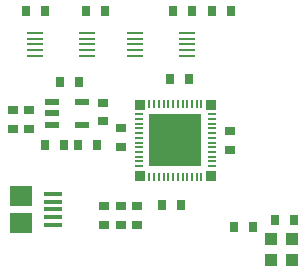
<source format=gtp>
G04*
G04 #@! TF.GenerationSoftware,Altium Limited,Altium Designer,20.1.10 (176)*
G04*
G04 Layer_Color=8421504*
%FSLAX25Y25*%
%MOIN*%
G70*
G04*
G04 #@! TF.SameCoordinates,6E20D0A3-D42C-41D8-968C-EC961EFE1350*
G04*
G04*
G04 #@! TF.FilePolarity,Positive*
G04*
G01*
G75*
%ADD19R,0.04000X0.04000*%
%ADD20R,0.03150X0.03543*%
%ADD21R,0.05906X0.01575*%
%ADD22R,0.07480X0.07087*%
G04:AMPARAMS|DCode=23|XSize=35.43mil|YSize=35.43mil|CornerRadius=8.86mil|HoleSize=0mil|Usage=FLASHONLY|Rotation=90.000|XOffset=0mil|YOffset=0mil|HoleType=Round|Shape=RoundedRectangle|*
%AMROUNDEDRECTD23*
21,1,0.03543,0.01772,0,0,90.0*
21,1,0.01772,0.03543,0,0,90.0*
1,1,0.01772,0.00886,0.00886*
1,1,0.01772,0.00886,-0.00886*
1,1,0.01772,-0.00886,-0.00886*
1,1,0.01772,-0.00886,0.00886*
%
%ADD23ROUNDEDRECTD23*%
%ADD24O,0.03150X0.00787*%
%ADD25O,0.00787X0.03150*%
%ADD26R,0.17717X0.17717*%
%ADD27O,0.05512X0.00984*%
%ADD28R,0.03543X0.03150*%
%ADD29R,0.05000X0.02000*%
D19*
X89500Y3000D02*
D03*
Y10000D02*
D03*
X96500Y3000D02*
D03*
Y10000D02*
D03*
D20*
X97150Y16500D02*
D03*
X90850D02*
D03*
X83500Y14000D02*
D03*
X77201D02*
D03*
X69850Y86000D02*
D03*
X76150D02*
D03*
X14150D02*
D03*
X7850D02*
D03*
X55850Y63500D02*
D03*
X62150D02*
D03*
X59650Y21500D02*
D03*
X53350D02*
D03*
X34150Y86000D02*
D03*
X27850D02*
D03*
X25650Y62500D02*
D03*
X19350D02*
D03*
X20650Y41500D02*
D03*
X14350D02*
D03*
X31650D02*
D03*
X25350D02*
D03*
X63150Y86000D02*
D03*
X56850D02*
D03*
D21*
X17035Y25118D02*
D03*
Y22559D02*
D03*
Y20000D02*
D03*
Y17441D02*
D03*
Y14882D02*
D03*
D22*
X6209Y15472D02*
D03*
Y24528D02*
D03*
D23*
X45984Y54898D02*
D03*
Y31276D02*
D03*
X69606D02*
D03*
Y54898D02*
D03*
D24*
X45591Y51748D02*
D03*
Y50173D02*
D03*
Y48598D02*
D03*
Y47024D02*
D03*
Y45449D02*
D03*
Y43874D02*
D03*
Y42299D02*
D03*
Y40724D02*
D03*
Y39150D02*
D03*
Y37575D02*
D03*
Y36000D02*
D03*
Y34425D02*
D03*
X70000D02*
D03*
Y36000D02*
D03*
Y37575D02*
D03*
Y39150D02*
D03*
Y40724D02*
D03*
Y42299D02*
D03*
Y43874D02*
D03*
Y45449D02*
D03*
Y47024D02*
D03*
Y48598D02*
D03*
Y50173D02*
D03*
Y51748D02*
D03*
D25*
X49134Y30882D02*
D03*
X50709D02*
D03*
X52284D02*
D03*
X53858D02*
D03*
X55433D02*
D03*
X57008D02*
D03*
X58583D02*
D03*
X60158D02*
D03*
X61732D02*
D03*
X63307D02*
D03*
X64882D02*
D03*
X66457D02*
D03*
Y55291D02*
D03*
X64882D02*
D03*
X63307D02*
D03*
X61732D02*
D03*
X60158D02*
D03*
X58583D02*
D03*
X57008D02*
D03*
X55433D02*
D03*
X53858D02*
D03*
X52284D02*
D03*
X50709D02*
D03*
X49134D02*
D03*
D26*
X57795Y43087D02*
D03*
D27*
X44339Y78937D02*
D03*
Y76968D02*
D03*
Y75000D02*
D03*
Y73032D02*
D03*
Y71063D02*
D03*
X61661Y78937D02*
D03*
Y76968D02*
D03*
Y75000D02*
D03*
Y73032D02*
D03*
Y71063D02*
D03*
X10839Y78937D02*
D03*
Y76968D02*
D03*
Y75000D02*
D03*
Y73032D02*
D03*
Y71063D02*
D03*
X28161Y78937D02*
D03*
Y76968D02*
D03*
Y75000D02*
D03*
Y73032D02*
D03*
Y71063D02*
D03*
D28*
X39500Y21150D02*
D03*
Y14850D02*
D03*
X45000Y21150D02*
D03*
Y14850D02*
D03*
X34000D02*
D03*
Y21150D02*
D03*
X3500Y46850D02*
D03*
Y53150D02*
D03*
X9000Y46850D02*
D03*
Y53150D02*
D03*
X39500Y40850D02*
D03*
Y47150D02*
D03*
X33500Y55650D02*
D03*
Y49350D02*
D03*
X76000Y39850D02*
D03*
Y46150D02*
D03*
D29*
X26500Y55750D02*
D03*
Y48250D02*
D03*
X16500D02*
D03*
Y52000D02*
D03*
Y55750D02*
D03*
M02*

</source>
